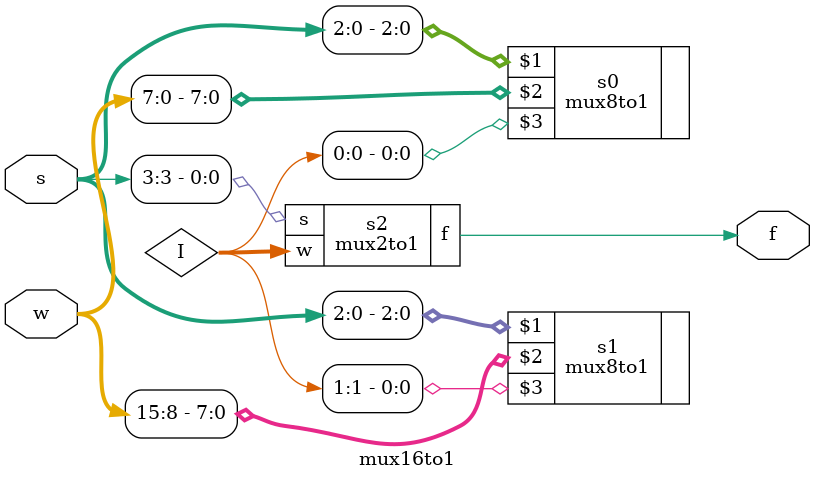
<source format=v>
`include "mux8to1.v"

module mux2to1(s,w,f);
input s;
input [1:0] w;
output f;
reg f;
always @(w or s)
f = s ? w[1] : w[0];
endmodule

module mux16to1(s, w, f);
input [3:0] s;
input [15:0] w;
wire [1:0] I;
output f;
mux8to1 s0(s[2:0], w[7:0], I[0]);
mux8to1 s1(s[2:0], w[15:8], I[1]);
mux2to1 s2(s[3], I, f);
endmodule
</source>
